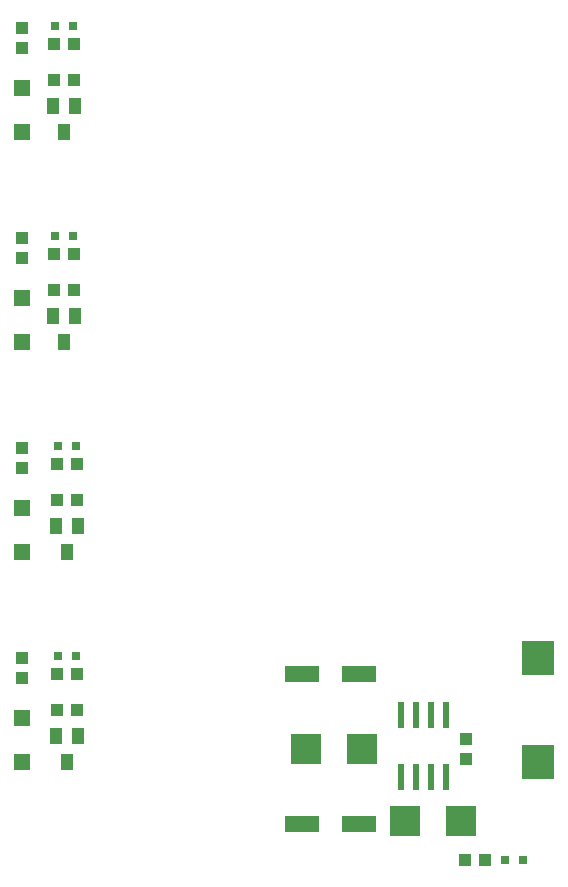
<source format=gtp>
G75*
G70*
%OFA0B0*%
%FSLAX24Y24*%
%IPPOS*%
%LPD*%
%AMOC8*
5,1,8,0,0,1.08239X$1,22.5*
%
%ADD10R,0.0315X0.0315*%
%ADD11R,0.0394X0.0433*%
%ADD12R,0.0433X0.0394*%
%ADD13R,0.0394X0.0551*%
%ADD14R,0.0551X0.0551*%
%ADD15R,0.1181X0.0551*%
%ADD16R,0.1000X0.1000*%
%ADD17R,0.0236X0.0866*%
%ADD18R,0.1102X0.1181*%
D10*
X020736Y012213D03*
X021326Y012213D03*
X021326Y019213D03*
X020736Y019213D03*
X020636Y026213D03*
X021226Y026213D03*
X021226Y033213D03*
X020636Y033213D03*
X035636Y005413D03*
X036226Y005413D03*
D11*
X034331Y008778D03*
X034331Y009448D03*
X019531Y011478D03*
X019531Y012148D03*
X019531Y018478D03*
X019531Y019148D03*
X019531Y025478D03*
X019531Y026148D03*
X019531Y032478D03*
X019531Y033148D03*
D12*
X020596Y032613D03*
X021266Y032613D03*
X021266Y031413D03*
X020596Y031413D03*
X020596Y025613D03*
X021266Y025613D03*
X021266Y024413D03*
X020596Y024413D03*
X020696Y018613D03*
X021366Y018613D03*
X021366Y017413D03*
X020696Y017413D03*
X020696Y011613D03*
X021366Y011613D03*
X021366Y010413D03*
X020696Y010413D03*
X034296Y005413D03*
X034966Y005413D03*
D13*
X021405Y009546D03*
X020657Y009546D03*
X021031Y008680D03*
X021031Y015680D03*
X021405Y016546D03*
X020657Y016546D03*
X020931Y022680D03*
X021305Y023546D03*
X020557Y023546D03*
X020931Y029680D03*
X021305Y030546D03*
X020557Y030546D03*
D14*
X019531Y008665D03*
X019531Y010161D03*
X019531Y015665D03*
X019531Y017161D03*
X019531Y022665D03*
X019531Y024161D03*
X019531Y029665D03*
X019531Y031161D03*
D15*
X028886Y011613D03*
X030776Y011613D03*
X030776Y006613D03*
X028886Y006613D03*
D16*
X029006Y009113D03*
X030856Y009113D03*
X032306Y006713D03*
X034156Y006713D03*
D17*
X033681Y008189D03*
X033181Y008189D03*
X032681Y008189D03*
X032181Y008189D03*
X032181Y010237D03*
X032681Y010237D03*
X033181Y010237D03*
X033681Y010237D03*
D18*
X036731Y008681D03*
X036731Y012145D03*
M02*

</source>
